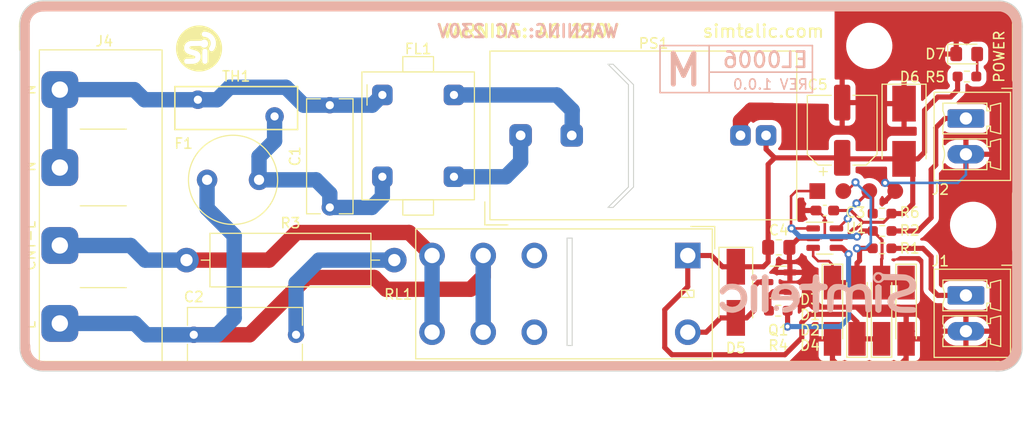
<source format=kicad_pcb>
(kicad_pcb (version 20221018) (generator pcbnew)
  (title_block (title "Electronic Limit Switch") (date "2024-01-12") (rev "1.0.0") (company "simtelic.com") (comment 1 "https://gitlab.com/simtelic/el0006-electronic-limit-switch"))
  (layers (0 "F.Cu" signal) (31 "B.Cu" signal) (34 "B.Paste" user) (35 "F.Paste" user) (36 "B.SilkS" user "B.Silkscreen") (37 "F.SilkS" user "F.Silkscreen") (38 "B.Mask" user) (39 "F.Mask" user) (44 "Edge.Cuts" user))
  (net 0 "")
  (net 1 "Net-(C1-Pad1)")
  (net 2 "/AC-N")
  (net 3 "Net-(C2-Pad1)")
  (net 4 "/AC-L")
  (net 5 "+5V")
  (net 6 "GND")
  (net 7 "/ICSPCLK")
  (net 8 "/ICSPDAT")
  (net 9 "Net-(D5-A)")
  (net 10 "Net-(D7-A)")
  (net 11 "Net-(PS1-AC{slash}N)")
  (net 12 "Net-(PS1-AC{slash}L)")
  (net 13 "/~{MCLR}")
  (net 14 "/AC-L-CNT")
  (net 15 "Net-(J1-Pin_1)")
  (net 16 "/OUTPUT")
  (net 19 "Net-(J2-Pin_1)")
  (net 20 "Net-(Q1-B)")
  (footprint "Diode_SMD:D_MiniMELF_Handsoldering" (layer "F.Cu") (at 170.85 107.6 90)
    (fp_text reference "D1" (at -0.4 -4.6 180) (layer "F.SilkS"))
    (fp_text value "ZMM5V6")
    (pad "1" smd rect (at -2.75 0 90) (size 3.3 1.7) (layers "F.Cu" "F.Paste" "F.Mask") (net 5 "+5V"))
    (pad "2" smd rect (at 2.75 0 90) (size 3.3 1.7) (layers "F.Cu" "F.Paste" "F.Mask") (net 7 "/ICSPCLK"))
  )
  (footprint "Resistor_SMD:R_0603_1608Metric_Pad0.98x0.95mm_HandSolder" (layer "F.Cu") (at 163.15 107.6 180)
    (fp_text reference "R4" (at 0 -3.4) (layer "F.SilkS"))
    (fp_text value "10K")
    (pad "1" smd roundrect (at -0.9125 0 180) (size 0.975 0.95) (layers "F.Cu" "F.Paste" "F.Mask") (net 16 "/OUTPUT"))
    (pad "2" smd roundrect (at 0.9125 0 180) (size 0.975 0.95) (layers "F.Cu" "F.Paste" "F.Mask") (net 20 "Net-(Q1-B)"))
  )
  (footprint "Fuse:Fuse_Littelfuse_372_D8.50mm" (layer "F.Cu") (at 107.3 94.8)
    (fp_text reference "F1" (at -2.3 -3.55) (layer "F.SilkS"))
    (fp_text value "0.5A")
    (pad "1" thru_hole circle (at 0 0) (size 2 2) (drill 1) (layers "*.Cu" "*.Mask") (net 4 "/AC-L"))
    (pad "2" thru_hole circle (at 5.08 0) (size 2 2) (drill 1) (layers "*.Cu" "*.Mask") (net 1 "Net-(C1-Pad1)"))
  )
  (footprint "Resistor_THT:R_Axial_DIN0516_L15.5mm_D5.0mm_P20.32mm_Horizontal" (layer "F.Cu") (at 105.29 102.65)
    (fp_text reference "R3" (at 10.16 -3.62) (layer "F.SilkS"))
    (fp_text value "120R / 2W")
    (pad "1" thru_hole circle (at 0 0) (size 2.4 2.4) (drill 1.2) (layers "*.Cu" "*.Mask") (net 14 "/AC-L-CNT"))
    (pad "2" thru_hole oval (at 20.32 0) (size 2.4 2.4) (drill 1.2) (layers "*.Cu" "*.Mask") (net 3 "Net-(C2-Pad1)"))
  )
  (footprint "Package_TO_SOT_SMD:SOT-23-6" (layer "F.Cu") (at 167.7 100.5)
    (fp_text reference "U1" (at 3.05 -1) (layer "F.SilkS"))
    (fp_text value "PIC10F200-IOT")
    (pad "1" smd roundrect (at -1.1375 -0.95) (size 1.325 0.6) (layers "F.Cu" "F.Paste" "F.Mask") (net 8 "/ICSPDAT"))
    (pad "2" smd roundrect (at -1.1375 0) (size 1.325 0.6) (layers "F.Cu" "F.Paste" "F.Mask") (net 6 "GND"))
    (pad "3" smd roundrect (at -1.1375 0.95) (size 1.325 0.6) (layers "F.Cu" "F.Paste" "F.Mask") (net 7 "/ICSPCLK"))
    (pad "4" smd roundrect (at 1.1375 0.95) (size 1.325 0.6) (layers "F.Cu" "F.Paste" "F.Mask") (net 16 "/OUTPUT"))
    (pad "5" smd roundrect (at 1.1375 0) (size 1.325 0.6) (layers "F.Cu" "F.Paste" "F.Mask") (net 5 "+5V"))
    (pad "6" smd roundrect (at 1.1375 -0.95) (size 1.325 0.6) (layers "F.Cu" "F.Paste" "F.Mask") (net 13 "/~{MCLR}"))
  )
  (footprint "Relay_THT:Relay_DPDT_Omron_G2RL" (layer "F.Cu") (at 154.3 102.2 180)
    (fp_text reference "RL1" (at 28.3 -3.8) (layer "F.SilkS"))
    (fp_text value "G2RL-2-DC5")
    (pad "1" thru_hole rect (at 0 0 270) (size 2.5 2.5) (drill 1.5) (layers "*.Cu" "*.Mask") (net 5 "+5V"))
    (pad "2" thru_hole oval (at 15 0 270) (size 2.5 2.5) (drill 1.5) (layers "*.Cu" "*.Mask"))
    (pad "3" thru_hole oval (at 20 0 270) (size 2.5 2.5) (drill 1.5) (layers "*.Cu" "*.Mask") (net 4 "/AC-L"))
    (pad "4" thru_hole oval (at 25 0 270) (size 2.5 2.5) (drill 1.5) (layers "*.Cu" "*.Mask") (net 14 "/AC-L-CNT"))
    (pad "5" thru_hole oval (at 25 -7.5 270) (size 2.5 2.5) (drill 1.5) (layers "*.Cu" "*.Mask") (net 14 "/AC-L-CNT"))
    (pad "6" thru_hole oval (at 20 -7.5 270) (size 2.5 2.5) (drill 1.5) (layers "*.Cu" "*.Mask") (net 4 "/AC-L"))
    (pad "7" thru_hole oval (at 15 -7.5 270) (size 2.5 2.5) (drill 1.5) (layers "*.Cu" "*.Mask"))
    (pad "8" thru_hole oval (at 0 -7.5 270) (size 2.5 2.5) (drill 1.5) (layers "*.Cu" "*.Mask") (net 9 "Net-(D5-A)"))
  )
  (footprint "Diode_SMD:D_SMA_Handsoldering" (layer "F.Cu") (at 159 105.8 -90)
    (fp_text reference "D5" (at 5.45 0 180) (layer "F.SilkS"))
    (fp_text value "M1")
    (pad "1" smd rect (at -2.5 0 270) (size 3.5 1.8) (layers "F.Cu" "F.Paste" "F.Mask") (net 5 "+5V"))
    (pad "2" smd rect (at 2.5 0 270) (size 3.5 1.8) (layers "F.Cu" "F.Paste" "F.Mask") (net 9 "Net-(D5-A)"))
  )
  (footprint "Diode_SMD:D_MiniMELF_Handsoldering" (layer "F.Cu") (at 173.25 107.6 90)
    (fp_text reference "D2" (at -1.9 -7 180) (layer "F.SilkS"))
    (fp_text value "ZMM5V6")
    (pad "1" smd rect (at -2.75 0 90) (size 3.3 1.7) (layers "F.Cu" "F.Paste" "F.Mask") (net 5 "+5V"))
    (pad "2" smd rect (at 2.75 0 90) (size 3.3 1.7) (layers "F.Cu" "F.Paste" "F.Mask") (net 8 "/ICSPDAT"))
  )
  (footprint "elect-footprints:CM-Choke-15.5mmx10.9mm" (layer "F.Cu") (at 124.44 86.5)
    (fp_text reference "FL1" (at 3.5 -4.5 unlocked) (layer "F.SilkS"))
    (fp_text value "10mH")
    (pad "1" thru_hole roundrect (at 0 0) (size 2 2) (drill 0.8) (layers "*.Cu" "*.Mask") (net 2 "/AC-N"))
    (pad "2" thru_hole roundrect (at 7 0) (size 2 2) (drill 0.8) (layers "*.Cu" "*.Mask") (net 11 "Net-(PS1-AC{slash}N)"))
    (pad "3" thru_hole roundrect (at 0 8) (size 2 2) (drill 0.8) (layers "*.Cu" "*.Mask") (net 1 "Net-(C1-Pad1)"))
    (pad "4" thru_hole roundrect (at 7 8) (size 2 2) (drill 0.8) (layers "*.Cu" "*.Mask") (net 12 "Net-(PS1-AC{slash}L)"))
  )
  (footprint "Resistor_SMD:R_0603_1608Metric_Pad0.98x0.95mm_HandSolder" (layer "F.Cu") (at 173.3 98.1)
    (fp_text reference "R6" (at 2.7 -0.1) (layer "F.SilkS"))
    (fp_text value "10K")
    (pad "1" smd roundrect (at -0.9125 0) (size 0.975 0.95) (layers "F.Cu" "F.Paste" "F.Mask") (net 13 "/~{MCLR}"))
    (pad "2" smd roundrect (at 0.9125 0) (size 0.975 0.95) (layers "F.Cu" "F.Paste" "F.Mask") (net 5 "+5V"))
  )
  (footprint "Resistor_SMD:R_0603_1608Metric_Pad0.98x0.95mm_HandSolder" (layer "F.Cu") (at 173.3125 99.8)
    (fp_text reference "R2" (at 2.6875 -0.05) (layer "F.SilkS"))
    (fp_text value "1K")
    (pad "1" smd roundrect (at -0.9125 0) (size 0.975 0.95) (layers "F.Cu" "F.Paste" "F.Mask") (net 8 "/ICSPDAT"))
    (pad "2" smd roundrect (at 0.9125 0) (size 0.975 0.95) (layers "F.Cu" "F.Paste" "F.Mask") (net 19 "Net-(J2-Pin_1)"))
  )
  (footprint "Diode_SMD:D_SMB_Handsoldering" (layer "F.Cu") (at 175.45 90.05 -90)
    (fp_text reference "D6" (at -5.3 -0.55 180) (layer "F.SilkS"))
    (fp_text value "SMBJ6.0A")
    (pad "1" smd rect (at -2.7 0 270) (size 3.5 2.3) (layers "F.Cu" "F.Paste" "F.Mask") (net 6 "GND"))
    (pad "2" smd rect (at 2.7 0 270) (size 3.5 2.3) (layers "F.Cu" "F.Paste" "F.Mask") (net 5 "+5V"))
  )
  (footprint "Diode_SMD:D_MiniMELF_Handsoldering" (layer "F.Cu") (at 175.65 107.6 -90)
    (fp_text reference "D4" (at 3.4 9.4 180) (layer "F.SilkS"))
    (fp_text value "ZMM5V6")
    (pad "1" smd rect (at -2.75 0 270) (size 3.3 1.7) (layers "F.Cu" "F.Paste" "F.Mask") (net 8 "/ICSPDAT"))
    (pad "2" smd rect (at 2.75 0 270) (size 3.3 1.7) (layers "F.Cu" "F.Paste" "F.Mask") (net 6 "GND"))
  )
  (footprint "simtelic:simtelic-5" (layer "F.Cu") (at 106.515124 81.913879)
    (fp_text reference "LG2" hide)
    (fp_text value "LOGO" hide)
  )
  (footprint "Capacitor_THT:C_Rect_L11.0mm_W4.3mm_P10.00mm_MKT" (layer "F.Cu") (at 119.3 97.5 90)
    (fp_text reference "C1" (at 5 -3.4 90) (layer "F.SilkS"))
    (fp_text value "0.1MFD")
    (pad "1" thru_hole circle (at 0 0 90) (size 1.6 1.6) (drill 0.8) (layers "*.Cu" "*.Mask") (net 1 "Net-(C1-Pad1)"))
    (pad "2" thru_hole circle (at 10 0 90) (size 1.6 1.6) (drill 0.8) (layers "*.Cu" "*.Mask") (net 2 "/AC-N"))
  )
  (footprint "Resistor_SMD:R_0603_1608Metric_Pad0.98x0.95mm_HandSolder" (layer "F.Cu") (at 173.3 101.5)
    (fp_text reference "R1" (at 2.7 0) (layer "F.SilkS"))
    (fp_text value "1K")
    (pad "1" smd roundrect (at -0.9125 0) (size 0.975 0.95) (layers "F.Cu" "F.Paste" "F.Mask") (net 7 "/ICSPCLK"))
    (pad "2" smd roundrect (at 0.9125 0) (size 0.975 0.95) (layers "F.Cu" "F.Paste" "F.Mask") (net 15 "Net-(J1-Pin_1)"))
  )
  (footprint "Diode_SMD:D_MiniMELF_Handsoldering" (layer "F.Cu") (at 168.45 107.6 -90)
    (fp_text reference "D3" (at -1.1 2.2 180) (layer "F.SilkS"))
    (fp_text value "ZMM5V6")
    (pad "1" smd rect (at -2.75 0 270) (size 3.3 1.7) (layers "F.Cu" "F.Paste" "F.Mask") (net 7 "/ICSPCLK"))
    (pad "2" smd rect (at 2.75 0 270) (size 3.3 1.7) (layers "F.Cu" "F.Paste" "F.Mask") (net 6 "GND"))
  )
  (footprint "MountingHole:MountingHole_3.5mm" (layer "F.Cu") (at 118.3 82.05)
    (fp_text reference "H1" hide)
    (fp_text value "M3")
    (pad "" np_thru_hole circle (at 0 0) (size 3.5 3.5) (drill 3.5) (layers "*.Cu" "*.Mask"))
  )
  (footprint "MountingHole:MountingHole_3.5mm" (layer "F.Cu") (at 182.2 99.2)
    (fp_text reference "H2" hide)
    (fp_text value "M3")
    (pad "" np_thru_hole circle (at 0 0) (size 3.5 3.5) (drill 3.5) (layers "*.Cu" "*.Mask"))
  )
  (footprint "Capacitor_THT:C_Rect_L11.0mm_W5.1mm_P10.00mm_MKT" (layer "F.Cu") (at 116 109.95 180)
    (fp_text reference "C2" (at 10 3.7) (layer "F.SilkS"))
    (fp_text value "0.22MFD")
    (pad "1" thru_hole circle (at 0 0 180) (size 1.6 1.6) (drill 0.8) (layers "*.Cu" "*.Mask") (net 3 "Net-(C2-Pad1)"))
    (pad "2" thru_hole circle (at 10 0 180) (size 1.6 1.6) (drill 0.8) (layers "*.Cu" "*.Mask") (net 4 "/AC-L"))
  )
  (footprint "Varistor:RV_Disc_D12mm_W4.2mm_P7.5mm" (layer "F.Cu") (at 113.9 88.6 180)
    (fp_text reference "TH1" (at 3.75 3.91667) (layer "F.SilkS"))
    (fp_text value "10D561")
    (pad "1" thru_hole circle (at 0 0 180) (size 1.8 1.8) (drill 0.8) (layers "*.Cu" "*.Mask") (net 1 "Net-(C1-Pad1)"))
    (pad "2" thru_hole circle (at 7.5 1.63333 180) (size 1.8 1.8) (drill 0.8) (layers "*.Cu" "*.Mask") (net 2 "/AC-N"))
  )
  (footprint "Capacitor_SMD:CP_Elec_6.3x7.7" (layer "F.Cu") (at 169.4 89.95 90)
    (fp_text reference "C5" (at 4.45 -2.4 180) (layer "F.SilkS"))
    (fp_text value "330MFD")
    (pad "1" smd roundrect (at -2.7 0 90) (size 3.5 1.6) (layers "F.Cu" "F.Paste" "F.Mask") (roundrect_rratio 0.15625) (net 5 "+5V"))
    (pad "2" smd roundrect (at 2.7 0 90) (size 3.5 1.6) (layers "F.Cu" "F.Paste" "F.Mask") (roundrect_rratio 0.15625) (net 6 "GND"))
  )
  (footprint "elect-footprints:pogo-2.54mmx4" (layer "F.Cu") (at 166.97 95.9)
    (fp_text reference "J3" hide)
    (fp_text value "SMD - 2.54mm 4-pin pad terminal")
    (pad "1" smd rect (at 0 0) (size 1.54 1.54) (layers "F.Cu" "F.Paste" "F.Mask") (net 8 "/ICSPDAT"))
    (pad "2" smd circle (at 2.54 0) (size 1.54 1.54) (layers "F.Cu" "F.Paste" "F.Mask") (net 7 "/ICSPCLK"))
    (pad "3" smd circle (at 5.08 0) (size 1.54 1.54) (layers "F.Cu" "F.Paste" "F.Mask") (net 13 "/~{MCLR}"))
    (pad "4" smd circle (at 7.62 0) (size 1.54 1.54) (layers "F.Cu" "F.Paste" "F.Mask") (net 6 "GND"))
  )
  (footprint "Connector_Phoenix_MC:PhoenixContact_MCV_1,5_2-G-3.5_1x02_P3.50mm_Vertical" (layer "F.Cu") (at 181.5 106.1 -90)
    (fp_text reference "J1" (at -3.35 2.5 180) (layer "F.SilkS"))
    (fp_text value "3.5mm - 2-pin screw terminal")
    (pad "1" thru_hole roundrect (at 0 0 270) (size 1.8 3.6) (drill 1.2) (layers "*.Cu" "*.Mask") (roundrect_rratio 0.1388888889) (net 15 "Net-(J1-Pin_1)"))
    (pad "2" thru_hole oval (at 3.5 0 270) (size 1.8 3.6) (drill 1.2) (layers "*.Cu" "*.Mask") (net 6 "GND"))
  )
  (footprint "elect-footprints:PSU-Module-10.5mmx16.5mm" (layer "F.Cu") (at 150.9575 90.4575)
    (fp_text reference "PS1" (at 0 -9 unlocked) (layer "F.SilkS"))
    (fp_text value "HLK-2M05")
    (pad "1" thru_hole roundrect (at -13 0) (size 2.2 2.2) (drill 0.95) (layers "*.Cu" "*.Mask") (net 12 "Net-(PS1-AC{slash}L)"))
    (pad "2" thru_hole roundrect (at -8 0) (size 2.2 2.2) (drill 0.95) (layers "*.Cu" "*.Mask") (net 11 "Net-(PS1-AC{slash}N)"))
    (pad "3" thru_hole roundrect (at 8.5 0) (size 2 2) (drill 0.95) (layers "*.Cu" "*.Mask") (net 6 "GND"))
    (pad "4" thru_hole roundrect (at 11 0) (size 2 2) (drill 0.95) (layers "*.Cu" "*.Mask") (net 5 "+5V"))
  )
  (footprint "elect-footprints:Screw-Terminal-4Way-7.62mm" (layer "F.Cu") (at 92.9 108.84 90)
    (fp_text reference "J4" (at 27.59 4.35 unlocked) (layer "F.SilkS"))
    (fp_text value "7.62mm - 4-pin screw terminal")
    (pad "1" thru_hole roundrect (at 0 0 90) (size 3.6 3.6) (drill 1.6) (layers "*.Cu" "*.Mask") (net 4 "/AC-L"))
    (pad "2" thru_hole roundrect (at 7.62 0 90) (size 3.6 3.6) (drill 1.6) (layers "*.Cu" "*.Mask") (net 14 "/AC-L-CNT"))
    (pad "3" thru_hole roundrect (at 15.24 0 90) (size 3.6 3.6) (drill 1.6) (layers "*.Cu" "*.Mask") (net 2 "/AC-N"))
    (pad "4" thru_hole roundrect (at 22.86 0 90) (size 3.6 3.6) (drill 1.6) (layers "*.Cu" "*.Mask") (net 2 "/AC-N"))
  )
  (footprint "MountingHole:MountingHole_3.5mm" (layer "F.Cu") (at 121.85 109.3)
    (fp_text reference "H3" hide)
    (fp_text value "M3")
    (pad "" np_thru_hole circle (at 0 0) (size 3.5 3.5) (drill 3.5) (layers "*.Cu" "*.Mask"))
  )
  (footprint "Connector_Phoenix_MC:PhoenixContact_MCV_1,5_2-G-3.5_1x02_P3.50mm_Vertical" (layer "F.Cu") (at 181.5 88.8 -90)
    (fp_text reference "J2" (at 6.95 2.5 180) (layer "F.SilkS"))
    (fp_text value "3.5mm - 2-pin screw terminal")
    (pad "1" thru_hole roundrect (at 0 0 270) (size 1.8 3.6) (drill 1.2) (layers "*.Cu" "*.Mask") (roundrect_rratio 0.1388888889) (net 19 "Net-(J2-Pin_1)"))
    (pad "2" thru_hole oval (at 3.5 0 270) (size 1.8 3.6) (drill 1.2) (layers "*.Cu" "*.Mask") (net 6 "GND"))
  )
  (footprint "MountingHole:MountingHole_3.5mm" (layer "F.Cu") (at 172.05 81.7)
    (fp_text reference "H4" hide)
    (fp_text value "M3")
    (pad "" np_thru_hole circle (at 0 0) (size 3.5 3.5) (drill 3.5) (layers "*.Cu" "*.Mask"))
  )
  (footprint "LED_SMD:LED_0805_2012Metric_Pad1.15x1.40mm_HandSolder" (layer "F.Cu") (at 181.575 82.5)
    (fp_text reference "D7" (at -3.075 0) (layer "F.SilkS"))
    (fp_text value "RED 0805")
    (pad "1" smd roundrect (at -1.025 0) (size 1.15 1.4) (layers "F.Cu" "F.Paste" "F.Mask") (roundrect_rratio 0.2173913043) (net 6 "GND"))
    (pad "2" smd roundrect (at 1.025 0) (size 1.15 1.4) (layers "F.Cu" "F.Paste" "F.Mask") (roundrect_rratio 0.2173913043) (net 10 "Net-(D7-A)"))
  )
  (footprint "Package_TO_SOT_SMD:SOT-23-3" (layer "F.Cu") (at 163.15 104.8 180)
    (fp_text reference "Q1" (at 0 -4.7) (layer "F.SilkS"))
    (fp_text value "MMBT2222")
    (pad "1" smd roundrect (at -1.1375 -0.95 180) (size 1.325 0.6) (layers "F.Cu" "F.Paste" "F.Mask") (net 20 "Net-(Q1-B)"))
    (pad "2" smd roundrect (at -1.1375 0.95 180) (size 1.325 0.6) (layers "F.Cu" "F.Paste" "F.Mask") (net 6 "GND"))
    (pad "3" smd roundrect (at 1.1375 0 180) (size 1.325 0.6) (layers "F.Cu" "F.Paste" "F.Mask") (net 9 "Net-(D5-A)"))
  )
  (footprint "Capacitor_SMD:C_0805_2012Metric_Pad1.18x1.45mm_HandSolder" (layer "F.Cu") (at 163.2 101.4)
    (fp_text reference "C4" (at 0 -1.68) (layer "F.SilkS"))
    (fp_text value "10MFD")
    (pad "1" smd roundrect (at -1.0375 0) (size 1.175 1.45) (layers "F.Cu" "F.Paste" "F.Mask") (roundrect_rratio 0.2127659574) (net 5 "+5V"))
    (pad "2" smd roundrect (at 1.0375 0) (size 1.175 1.45) (layers "F.Cu" "F.Paste" "F.Mask") (roundrect_rratio 0.2127659574) (net 6 "GND"))
  )
  (footprint "Resistor_SMD:R_0603_1608Metric_Pad0.98x0.95mm_HandSolder" (layer "F.Cu") (at 181.6 84.7 180)
    (fp_text reference "R5" (at 3.1 -0.05) (layer "F.SilkS"))
    (fp_text value "1K")
    (pad "1" smd roundrect (at -0.9125 0 180) (size 0.975 0.95) (layers "F.Cu" "F.Paste" "F.Mask") (net 10 "Net-(D7-A)"))
    (pad "2" smd roundrect (at 0.9125 0 180) (size 0.975 0.95) (layers "F.Cu" "F.Paste" "F.Mask") (net 5 "+5V"))
  )
  (footprint "Capacitor_SMD:C_0603_1608Metric_Pad1.08x0.95mm_HandSolder" (layer "F.Cu") (at 167.7 97.8 180)
    (fp_text reference "C3" (at -3 -0.2) (layer "F.SilkS"))
    (fp_text value "0.1MFD")
    (pad "1" smd roundrect (at -0.8625 0 180) (size 1.075 0.95) (layers "F.Cu" "F.Paste" "F.Mask") (net 5 "+5V"))
    (pad "2" smd roundrect (at 0.8625 0 180) (size 1.075 0.95) (layers "F.Cu" "F.Paste" "F.Mask") (net 6 "GND"))
  )
  (footprint "simtelic:simtelic-name-5" (layer "B.Cu") (at 167.03 105.85 180)
    (fp_text reference "LG1" hide)
    (fp_text value "LOGO" hide)
  )
  (gr_line (start 151.59 86.27) (end 151.59 81.67) (stroke (width 0.15)) (layer "B.SilkS"))
  (gr_line (start 89.47 111.18) (end 89.47 79.79) (stroke (width 1)) (layer "B.SilkS"))
  (gr_arc (start 184.858346 77.832906) (mid 186.1 78.5) (end 186.558346 79.832906) (stroke (width 1)) (layer "B.SilkS"))
  (gr_line (start 186.5 111.2) (end 186.558346 79.832906) (stroke (width 1)) (layer "B.SilkS"))
  (gr_line (start 91.35 113.03) (end 184.31 113.03) (stroke (width 1)) (layer "B.SilkS"))
  (gr_line (start 166.49 81.67) (end 166.49 86.27) (stroke (width 0.15)) (layer "B.SilkS"))
  (gr_line (start 166.49 84.27) (end 156.39 84.27) (stroke (width 0.15)) (layer "B.SilkS"))
  (gr_line (start 151.59 81.67) (end 155.29 81.67) (stroke (width 0.15)) (layer "B.SilkS"))
  (gr_line (start 156.39 81.67) (end 156.39 86.27) (stroke (width 0.15)) (layer "B.SilkS"))
  (gr_line (start 155.29 81.67) (end 166.49 81.67) (stroke (width 0.15)) (layer "B.SilkS"))
  (gr_line (start 166.49 86.27) (end 151.59 86.27) (stroke (width 0.15)) (layer "B.SilkS"))
  (gr_arc (start 186.467094 111.358346) (mid 185.8 112.6) (end 184.467094 113.058346) (stroke (width 1)) (layer "B.SilkS"))
  (gr_line (start 91.358346 77.832906) (end 184.858346 77.832906) (stroke (width 1)) (layer "B.SilkS"))
  (gr_arc (start 89.465864 79.637704) (mid 90.020319 78.347079) (end 91.33 77.85) (stroke (width 1)) (layer "B.SilkS"))
  (gr_arc (start 91.268099 113.019121) (mid 89.99 112.41) (end 89.518099 111.079121) (stroke (width 1)) (layer "B.SilkS"))
  (gr_arc (start 89.4 79.8) (mid 89.858345 78.467093) (end 91.1 77.8) (stroke (width 1)) (layer "F.SilkS"))
  (gr_line (start 186.5 79.6) (end 186.5 85) (stroke (width 1)) (layer "F.SilkS"))
  (gr_line (start 89.4 79.8) (end 89.4 82) (stroke (width 1)) (layer "F.SilkS"))
  (gr_line (start 186.5 96.2) (end 186.5 101.6) (stroke (width 1)) (layer "F.SilkS"))
  (gr_arc (start 91.4 113.00133) (mid 90.078464 112.566576) (end 89.5 111.30133) (stroke (width 1)) (layer "F.SilkS"))
  (gr_line (start 91.2 113) (end 184.7 113) (stroke (width 1)) (layer "F.SilkS"))
  (gr_line (start 91.1 77.8) (end 184.6 77.8) (stroke (width 1)) (layer "F.SilkS"))
  (gr_arc (start 184.6 77.8) (mid 185.880704 78.265201) (end 186.518686 79.469192) (stroke (width 1)) (layer "F.SilkS"))
  (gr_line (start 147 97.5) (end 146.5 97.5) (stroke (width 0.1)) (layer "Edge.Cuts"))
  (gr_line (start 149 95.5) (end 149 85.5) (stroke (width 0.1)) (layer "Edge.Cuts"))
  (gr_line (start 147 83.5) (end 146.5 83.5) (stroke (width 0.1)) (layer "Edge.Cuts"))
  (gr_line (start 147 83.5) (end 149 85.5) (stroke (width 0.1)) (layer "Edge.Cuts"))
  (gr_line (start 91.25 77.3) (end 184.75 77.3) (stroke (width 0.1)) (layer "Edge.Cuts"))
  (gr_line (start 143 100.5) (end 142.5 100.5) (stroke (width 0.1)) (layer "Edge.Cuts"))
  (gr_line (start 142.5 111) (end 143 111) (stroke (width 0.1)) (layer "Edge.Cuts"))
  (gr_line (start 149 95.5) (end 147 97.5) (stroke (width 0.1)) (layer "Edge.Cuts"))
  (gr_line (start 143 111) (end 143 100.5) (stroke (width 0.1)) (layer "Edge.Cuts"))
  (gr_line (start 184.75 113.5) (end 91.25 113.5) (stroke (width 0.1)) (layer "Edge.Cuts"))
  (gr_line (start 142.5 100.5) (end 142.5 111) (stroke (width 0.1)) (layer "Edge.Cuts"))
  (gr_line (start 89 111.25) (end 89 79.55) (stroke (width 0.1)) (layer "Edge.Cuts"))
  (gr_line (start 146.5 83.5) (end 148.5 85.5) (stroke (width 0.1)) (layer "Edge.Cuts"))
  (gr_line (start 148.5 85.5) (end 148.5 95.5) (stroke (width 0.1)) (layer "Edge.Cuts"))
  (gr_arc (start 184.75 77.3) (mid 186.34099 77.95901) (end 187 79.55) (stroke (width 0.1)) (layer "Edge.Cuts"))
  (gr_line (start 187 79.55) (end 187 111.25) (stroke (width 0.1)) (layer "Edge.Cuts"))
  (gr_line (start 148.5 95.5) (end 146.5 97.5) (stroke (width 0.1)) (layer "Edge.Cuts"))
  (gr_arc (start 91.25 113.5) (mid 89.65901 112.84099) (end 89 111.25) (stroke (width 0.1)) (layer "Edge.Cuts"))
  (gr_arc (start 89 79.55) (mid 89.65901 77.95901) (end 91.25 77.3) (stroke (width 0.1)) (layer "Edge.Cuts"))
  (gr_arc (start 187 111.25) (mid 186.34099 112.84099) (end 184.75 113.5) (stroke (width 0.1)) (layer "Edge.Cuts"))
  (gr_text "REV 1.0.0" (at 162.39 85.47) (layer "B.SilkS") (effects (font (size 1 1)) (justify mirror)))
  (gr_text "WARNING: AC 230V" (at 138.684 80.264) (layer "B.SilkS") (effects (font (size 1.25 1.25) (thickness 0.25)) (justify mirror)))
  (gr_text "M" (at 153.89 84.07) (layer "B.SilkS") (effects (font (size 3 3) (thickness 0.5)) (justify mirror)))
  (gr_text "EL0006" (at 161.89 83.07) (layer "B.SilkS") (effects (font (size 1.5 1.5) (thickness 0.25)) (justify mirror)))
  (gr_text "simtelic.com" (at 161.7 80.264) (layer "F.SilkS") (effects (font (size 1.25 1.25) (thickness 0.2))))
  (gr_text "CNT-L" (at 90 101.25 90) (layer "F.SilkS") (effects (font (size 1 1))))
  (gr_text "N" (at 90 93.5 90) (layer "F.SilkS") (effects (font (size 1 1))))
  (gr_text "N" (at 90 86 90) (layer "F.SilkS") (effects (font (size 1 1))))
  (gr_text "L" (at 90 109 90) (layer "F.SilkS") (effects (font (size 1 1))))
  (gr_text "POWER" (at 184.75 82.75 90) (layer "F.SilkS") (effects (font (size 1 1))))
  (gr_text "WARNING: AC 230V" (at 138.684 80.264) (layer "F.SilkS") (effects (font (size 1.25 1.25) (thickness 0.25))))
  (segment (start 124.44 94.5) (end 124.44 96.46) (width 1.5) (layer "B.Cu") (net 1))
  (segment (start 113.9 88.6) (end 113.9 91) (width 1.5) (layer "B.Cu") (net 1))
  (segment (start 119.3 97.5) (end 119.3 96.15) (width 1.5) (layer "B.Cu") (net 1))
  (segment (start 123.4 97.5) (end 119.3 97.5) (width 1.5) (layer "B.Cu") (net 1))
  (segment (start 113.9 91) (end 112.38 92.52) (width 1.5) (layer "B.Cu") (net 1))
  (segment (start 112.38 94.8) (end 117.95 94.8) (width 1.5) (layer "B.Cu") (net 1))
  (segment (start 124.44 96.46) (end 123.4 97.5) (width 1.5) (layer "B.Cu") (net 1))
  (segment (start 119.3 96.15) (end 117.95 94.8) (width 1.5) (layer "B.Cu") (net 1))
  (segment (start 112.38 92.52) (end 112.38 94.8) (width 1.5) (layer "B.Cu") (net 1))
  (segment (start 92.9 85.98) (end 100.18 85.98) (width 1.5) (layer "B.Cu") (net 2))
  (segment (start 123.44 87.5) (end 124.44 86.5) (width 1.5) (layer "B.Cu") (net 2))
  (segment (start 116.75 87.5) (end 119.3 87.5) (width 1.5) (layer "B.Cu") (net 2))
  (segment (start 106.4 86.96667) (end 108.28333 86.96667) (width 1.5) (layer "B.Cu") (net 2))
  (segment (start 115 85.75) (end 116.75 87.5) (width 1.5) (layer "B.Cu") (net 2))
  (segment (start 119.3 87.5) (end 123.44 87.5) (width 1.5) (layer "B.Cu") (net 2))
  (segment (start 100.18 85.98) (end 101.16667 86.96667) (width 1.5) (layer "B.Cu") (net 2))
  (segment (start 109.5 85.75) (end 115 85.75) (width 1.5) (layer "B.Cu") (net 2))
  (segment (start 92.9 93.6) (end 92.9 85.98) (width 1.5) (layer "B.Cu") (net 2))
  (segment (start 101.16667 86.96667) (end 106.4 86.96667) (width 1.5) (layer "B.Cu") (net 2))
  (segment (start 108.28333 86.96667) (end 109.5 85.75) (width 1.5) (layer "B.Cu") (net 2))
  (segment (start 116 104.9) (end 118.25 102.65) (width 1.5) (layer "B.Cu") (net 3))
  (segment (start 116 109.95) (end 116 104.9) (width 1.5) (layer "B.Cu") (net 3))
  (segment (start 118.25 102.65) (end 125.61 102.65) (width 1.5) (layer "B.Cu") (net 3))
  (segment (start 106 109.95) (end 111.45 109.95) (width 1.5) (layer "F.Cu") (net 4))
  (segment (start 134.3 104.25) (end 134.3 102.2) (width 1.5) (layer "F.Cu") (net 4))
  (segment (start 123.65 104.35) (end 124.8 105.5) (width 1.5) (layer "F.Cu") (net 4))
  (segment (start 111.45 109.95) (end 117.05 104.35) (width 1.5) (layer "F.Cu") (net 4))
  (segment (start 133.05 105.5) (end 134.3 104.25) (width 1.5) (layer "F.Cu") (net 4))
  (segment (start 124.8 105.5) (end 133.05 105.5) (width 1.5) (layer "F.Cu") (net 4))
  (segment (start 117.05 104.35) (end 123.65 104.35) (width 1.5) (layer "F.Cu") (net 4))
  (segment (start 106 109.95) (end 101.35 109.95) (width 1.5) (layer "B.Cu") (net 4))
  (segment (start 108.3 109.95) (end 109.95 108.3) (width 1.5) (layer "B.Cu") (net 4))
  (segment (start 101.35 109.95) (end 100.24 108.84) (width 1.5) (layer "B.Cu") (net 4))
  (segment (start 109.95 100.25) (end 107.3 97.6) (width 1.5) (layer "B.Cu") (net 4))
  (segment (start 109.95 108.3) (end 109.95 100.25) (width 1.5) (layer "B.Cu") (net 4))
  (segment (start 106 109.95) (end 108.3 109.95) (width 1.5) (layer "B.Cu") (net 4))
  (segment (start 107.3 97.6) (end 107.3 94.8) (width 1.5) (layer "B.Cu") (net 4))
  (segment (start 134.3 109.7) (end 134.3 102.2) (width 1.5) (layer "B.Cu") (net 4))
  (segment (start 100.24 108.84) (end 92.9 108.84) (width 1.5) (layer "B.Cu") (net 4))
  (segment (start 174.2125 98.1875) (end 173.45 98.95) (width 0.3) (layer "F.Cu") (net 5))
  (segment (start 170.1 100.25) (end 170.1 99.95) (width 0.3) (layer "F.Cu") (net 5))
  (segment (start 169.5 92.75) (end 175.45 92.75) (width 0.5) (layer "F.Cu") (net 5))
  (segment (start 168.5625 97.8) (end 170.25 97.8) (width 0.3) (layer "F.Cu") (net 5))
  (segment (start 152.05 111.2) (end 152.75 111.9) (width 0.5) (layer "F.Cu") (net 5))
  (segment (start 176.3 93.6) (end 175.45 92.75) (width 0.5) (layer "F.Cu") (net 5))
  (segment (start 175.35 98.1) (end 176.3 97.15) (width 0.5) (layer "F.Cu") (net 5))
  (segment (start 170.45 99.6) (end 170.75 99.6) (width 0.3) (layer "F.Cu") (net 5))
  (segment (start 166.25 107.95) (end 165.45 108.75) (width 0.5) (layer "F.Cu") (net 5))
  (segment (start 180 86.7) (end 180.6875 86.0125) (width 0.5) (layer "F.Cu") (net 5))
  (segment (start 169.4 92.65) (end 169.5 92.75) (width 0.5) (layer "F.Cu") (net 5))
  (segment (start 180.6875 86.0125) (end 180.6875 84.7) (width 0.5) (layer "F.Cu") (net 5))
  (segment (start 177.45 88) (end 178.75 86.7) (width 0.5) (layer "F.Cu") (net 5))
  (segment (start 170.85 110.35) (end 170.85 108.7) (width 0.5) (layer "F.Cu") (net 5))
  (segment (start 177.45 92.1) (end 177.45 88) (width 0.5) (layer "F.Cu") (net 5))
  (segment (start 152.05 107.5) (end 152.05 111.2) (width 0.5) (layer "F.Cu") (net 5))
  (segment (start 169.85 100.5) (end 170.1 100.25) (width 0.3) (layer "F.Cu") (net 5))
  (segment (start 165.45 110.25) (end 163.8 111.9) (width 0.5) (layer "F.Cu") (net 5))
  (segment (start 169.85 100.5) (end 168.8375 100.5) (width 0.3) (layer "F.Cu") (net 5))
  (segment (start 176.3 97.15) (end 176.3 93.6) (width 0.5) (layer "F.Cu") (net 5))
  (segment (start 162.1625 101.4) (end 162.1625 93.2875) (width 0.5) (layer "F.Cu") (net 5))
  (segment (start 170.75 99.6) (end 171.4 98.95) (width 0.3) (layer "F.Cu") (net 5))
  (segment (start 161.7 103.3) (end 162.1625 102.8375) (width 0.5) (layer "F.Cu") (net 5))
  (segment (start 161.9575 90.4575) (end 161.9575 91.8075) (width 0.5) (layer "F.Cu") (net 5))
  (segment (start 162.8 92.65) (end 169.4 92.65) (width 0.5) (layer "F.Cu") (net 5))
  (segment (start 157.7 103.3) (end 156.6 102.2) (width 0.5) (layer "F.Cu") (net 5))
  (segment (start 162.1625 93.2875) (end 162.8 92.65) (width 0.5) (layer "F.Cu") (net 5))
  (segment (start 156.6 102.2) (end 154.3 102.2) (width 0.5) (layer "F.Cu") (net 5))
  (segment (start 159 103.3) (end 161.7 103.3) (width 0.5) (layer "F.Cu") (net 5))
  (segment (start 170.25 97.8) (end 171.4 98.95) (width 0.3) (layer "F.Cu") (net 5))
  (segment (start 174.2125 98.1) (end 175.35 98.1) (width 0.5) (layer "F.Cu") (net 5))
  (segment (start 165.45 108.75) (end 165.45 110.25) (width 0.5) (layer "F.Cu") (net 5))
  (segment (start 170.85 110.35) (end 173.25 110.35) (width 0.5) (layer "F.Cu") (net 5))
  (segment (start 163.8 111.9) (end 152.75 111.9) (width 0.5) (layer "F.Cu") (net 5))
  (segment (start 162.1625 102.8375) (end 162.1625 101.4) (width 0.5) (layer "F.Cu") (net 5))
  (segment (start 154.3 102.2) (end 154.3 105.25) (width 0.5) (layer "F.Cu") (net 5))
  (segment (start 161.9575 91.8075) (end 162.8 92.65) (width 0.5) (layer "F.Cu") (net 5))
  (segment (start 169.85 100.5) (end 170.125 100.225) (width 0.25) (layer "F.Cu") (net 5))
  (segment (start 154.3 105.25) (end 152.05 107.5) (width 0.5) (layer "F.Cu") (net 5))
  (segment (start 170.1 99.95) (end 170.45 99.6) (width 0.3) (layer "F.Cu") (net 5))
  (segment (start 170.85 108.7) (end 170.1 107.95) (width 0.5) (layer "F.Cu") (net 5))
  (segment (start 173.45 98.95) (end 171.4 98.95) (width 0.3) (layer "F.Cu") (net 5))
  (segment (start 178.75 86.7) (end 180 86.7) (width 0.5) (layer "F.Cu") (net 5))
  (segment (start 176.8 92.75) (end 177.45 92.1) (width 0.5) (layer "F.Cu") (net 5))
  (segment (start 159 103.3) (end 157.7 103.3) (width 0.5) (layer "F.Cu") (net 5))
  (segment (start 170.1 107.95) (end 166.25 107.95) (width 0.5) (layer "F.Cu") (net 5))
  (segment (start 174.2125 98.1) (end 174.2125 98.1875) (width 0.3) (layer "F.Cu") (net 5))
  (segment (start 175.45 92.75) (end 176.8 92.75) (width 0.5) (layer "F.Cu") (net 5))
  (segment (start 166.55 107.25) (end 174.95 107.25) (width 0.5) (layer "F.Cu") (net 6))
  (segment (start 164.2375 103.8) (end 164.2875 103.85) (width 0.5) (layer "F.Cu") (net 6))
  (segment (start 176.4 109.6) (end 175.65 110.35) (width 0.25) (layer "F.Cu") (net 6))
  (segment (start 169.4 87.25) (end 169.5 87.35) (width 0.25) (layer "F.Cu") (net 6))
  (segment (start 167.35 100.5) (end 167.7 100.15) (width 0.25) (layer "F.Cu") (net 6))
  (segment (start 166.5625 100.5) (end 167.35 100.5) (width 0.25) (layer "F.Cu") (net 6))
  (segment (start 175.65 112.1) (end 175.65 110.35) (width 0.25) (layer "F.Cu") (net 6))
  (segment (start 165.1375 100.5) (end 164.2375 101.4) (width 0.5) (layer "F.Cu") (net 6))
  (segment (start 175.65 110.35) (end 175.65 107.95) (width 0.5) (layer "F.Cu") (net 6))
  (segment (start 166.5625 100.5) (end 165.1375 100.5) (width 0.5) (layer "F.Cu") (net 6))
  (segment (start 169 112.75) (end 175 112.75) (width 0.25) (layer "F.Cu") (net 6))
  (segment (start 175 107.3) (end 166.6 107.3) (width 0.25) (layer "F.Cu") (net 6))
  (segment (start 160.5 88) (end 162.5 88) (width 1.5) (layer "F.Cu") (net 6))
  (segment (start 159.4575 89.0425) (end 160.5 88) (width 1.5) (layer "F.Cu") (net 6))
  (segment (start 167.7 98.5) (end 167 97.8) (width 0.25) (layer "F.Cu") (net 6))
  (segment (start 168.45 110.35) (end 168.45 112.2) (width 0.25) (layer "F.Cu") (net 6))
  (segment (start 167.7 100.15) (end 167.7 98.5) (width 0.25) (layer "F.Cu") (net 6))
  (segment (start 166 106.7) (end 166.55 107.25) (width 0.5) (layer "F.Cu") (net 6))
  (segment (start 174.95 107.25) (end 175 107.3) (width 0.5) (layer "F.Cu") (net 6))
  (segment (start 174.59 95.9) (end 174.4 95.9) (width 0.25) (layer "F.Cu") (net 6))
  (segment (start 159.4575 90.4575) (end 159.4575 89.0425) (width 1.5) (layer "F.Cu") (net 6))
  (segment (start 168.45 112.2) (end 169 112.75) (width 0.25) (layer "F.Cu") (net 6))
  (segment (start 175 112.75) (end 175.65 112.1) (width 0.25) (layer "F.Cu") (net 6))
  (segment (start 167 97.8) (end 166.8375 97.8) (width 0.25) (layer "F.Cu") (net 6))
  (segment (start 175.65 107.95) (end 175 107.3) (width 0.5) (layer "F.Cu") (net 6))
  (via (at 173.6 95.1) (size 0.8) (drill 0.4) (layers "F.Cu" "B.Cu") (net 6))
  (segment (start 173.6 95.1) (end 180.7 95.1) (width 0.25) (layer "B.Cu") (net 6))
  (segment (start 180.7 95.1) (end 181.5 94.3) (width 0.25) (layer "B.Cu") (net 6))
  (segment (start 181.5 94.3) (end 181.5 92.3) (width 0.25) (layer "B.Cu") (net 6))
  (segment (start 168.45 103.1) (end 168.1 102.75) (width 0.25) (layer "F.Cu") (net 7))
  (segment (start 172.3375 101.45) (end 172.3875 101.5) (width 0.25) (layer "F.Cu") (net 7))
  (segment (start 166.5625 102.2625) (end 166.5625 101.45) (width 0.25) (layer "F.Cu") (net 7))
  (segment (start 171.1 102.7) (end 171.1 101.75) (width 0.5) (layer "F.Cu") (net 7))
  (segment (start 172.3875 101.5) (end 170.95 101.5) (width 0.25) (layer "F.Cu") (net 7))
  (segment (start 168.45 104.85) (end 168.45 103.1) (width 0.25) (layer "F.Cu") (net 7))
  (segment (start 167.05 102.75) (end 166.5625 102.2625) (width 0.25) (layer "F.Cu") (net 7))
  (segment (start 169.85 95.9) (end 170.7 95.05) (width 0.25) (layer "F.Cu") (net 7))
  (segment (start 170.85 102.95) (end 171.1 102.7) (width 0.5) (layer "F.Cu") (net 7))
  (segment (start 169.51 95.9) (end 169.85 95.9) (width 0.25) (layer "F.Cu") (net 7))
  (segment (start 169.51 95.9) (end 169.51 96.36) (width 0.25) (layer "F.Cu") (net 7))
  (segment (start 171.1 101.75) (end 170.85 101.5) (width 0.5) (layer "F.Cu") (net 7))
  (segment (start 166.5625 101.45) (end 166.7 101.5875) (width 0.25) (layer "F.Cu") (net 7))
  (segment (start 168.1 102.75) (end 167.05 102.75) (width 0.25) (layer "F.Cu") (net 7))
  (segment (start 168.45 104.85) (end 170.85 104.85) (width 0.5) (layer "F.Cu") (net 7))
  (segment (start 170.85 104.85) (end 170.85 102.95) (width 0.5) (layer "F.Cu") (net 7))
  (segment (start 172.3875 101.5) (end 170.85 101.5) (width 0.5) (layer "F.Cu") (net 7))
  (via (at 170.85 101.5) (size 0.8) (drill 0.4) (layers "F.Cu" "B.Cu") (net 7))
  (via (at 170.7 95.05) (size 0.8) (drill 0.4) (layers "F.Cu" "B.Cu") (net 7))
  (segment (start 171.65 101.5) (end 172.2 100.95) (width 0.25) (layer "B.Cu") (net 7))
  (segment (start 170.7 95.05) (end 172.2 96.55) (width 0.25) (layer "B.Cu") (net 7))
  (segment (start 172.2 100.95) (end 172.2 98.5) (width 0.25) (layer "B.Cu") (net 7))
  (segment (start 172.2 96.55) (end 172.2 98.5) (width 0.25) (layer "B.Cu") (net 7))
  (segment (start 171.65 101.5) (end 170.85 101.5) (width 0.25) (layer "B.Cu") (net 7))
  (segment (start 173.25 102.55) (end 173.25 104.85) (width 0.3) (layer "F.Cu") (net 8))
  (segment (start 164.4 96.4) (end 164.4 99.5) (width 0.25) (layer "F.Cu") (net 8))
  (segment (start 171.75 99.8) (end 171.4 99.8) (width 0.25) (layer "F.Cu") (net 8))
  (segment (start 172.4 99.8) (end 171.75 99.8) (width 0.25) (layer "F.Cu") (net 8))
  (segment (start 164.45 99.55) (end 166.5625 99.55) (width 0.25) (layer "F.Cu") (net 8))
  (segment (start 172.4 99.8) (end 171.4 99.8) (width 0.5) (layer "F.Cu") (net 8))
  (segment (start 171.4 99.8) (end 170.85 100.35) (width 0.5) (layer "F.Cu") (net 8))
  (segment (start 173.3 100.7) (end 172.4 99.8) (width 0.3) (layer "F.Cu") (net 8))
  (segment (start 164.4 99.5) (end 164.45 99.55) (width 0.25) (layer "F.Cu") (net 8))
  (segment (start 166.97 95.9) (end 164.9 95.9) (width 0.25) (layer "F.Cu") (net 8))
  (segment (start 173.3 102.5) (end 173.25 102.55) (width 0.3) (layer "F.Cu") (net 8))
  (segment (start 164.9 95.9) (end 164.4 96.4) (width 0.25) (layer "F.Cu") (net 8))
  (segment (start 173.25 104.85) (end 175.65 104.85) (width 0.5) (layer "F.Cu") (net 8))
  (segment (start 173.3 102.5) (end 173.3 100.7) (width 0.3) (layer "F.Cu") (net 8))
  (via (at 170.85 100.35) (size 0.8) (drill 0.4) (layers "F.Cu" "B.Cu") (net 8))
  (via (at 164.45 99.55) (size 0.8) (drill 0.4) (layers "F.Cu" "B.Cu") (net 8))
  (segment (start 165.25 100.35) (end 164.45 99.55) (width 0.5) (layer "B.Cu") (net 8))
  (segment (start 170.85 100.35) (end 165.25 100.35) (width 0.5) (layer "B.Cu") (net 8))
  (segment (start 157.5 108.3) (end 159 108.3) (width 0.5) (layer "F.Cu") (net 9))
  (segment (start 160.8 107.55) (end 160.8 105.2) (width 0.5) (layer "F.Cu") (net 9))
  (segment (start 159 108.3) (end 160.05 108.3) (width 0.5) (layer "F.Cu") (net 9))
  (segment (start 161.2 104.8) (end 162.0125 104.8) (width 0.5) (layer "F.Cu") (net 9))
  (segment (start 160.05 108.3) (end 160.8 107.55) (width 0.5) (layer "F.Cu") (net 9))
  (segment (start 156.1 109.7) (end 157.5 108.3) (width 0.5) (layer "F.Cu") (net 9))
  (segment (start 160.8 105.2) (end 161.2 104.8) (width 0.5) (layer "F.Cu") (net 9))
  (segment (start 154.3 109.7) (end 156.1 109.7) (width 0.5) (layer "F.Cu") (net 9))
  (segment (start 182.6 82.5) (end 182.6 84.6125) (width 0.25) (layer "F.Cu") (net 10))
  (segment (start 182.6 84.6125) (end 182.5125 84.7) (width 0.25) (layer "F.Cu") (net 10))
  (segment (start 141.5 86.5) (end 143 88) (width 1.5) (layer "B.Cu") (net 11))
  (segment (start 143 90.415) (end 142.9575 90.4575) (width 1.5) (layer "B.Cu") (net 11))
  (segment (start 131.44 86.5) (end 141.5 86.5) (width 1.5) (layer "B.Cu") (net 11))
  (segment (start 143 88) (end 143 90.415) (width 1.5) (layer "B.Cu") (net 11))
  (segment (start 131.44 94.5) (end 136.5 94.5) (width 1.5) (layer "B.Cu") (net 12))
  (segment (start 136.5 94.5) (end 137.9575 93.0425) (width 1.5) (layer "B.Cu") (net 12))
  (segment (start 137.9575 93.0425) (end 137.9575 90.4575) (width 1.5) (layer "B.Cu") (net 12))
  (segment (start 170.85 97.1) (end 172.05 95.9) (width 0.3) (layer "F.Cu") (net 13))
  (segment (start 172.3875 98.1) (end 172.3875 96.2375) (width 0.3) (layer "F.Cu") (net 13))
  (segment (start 170.8 97.1) (end 170.85 97.1) (width 0.3) (layer "F.Cu") (net 13))
  (segment (start 169 99.55) (end 169.95 98.6) (width 0.25) (layer "F.Cu") (net 13))
  (segment (start 171.5 95.9) (end 172.05 95.9) (width 0.25) (layer "F.Cu") (net 13))
  (segment (start 172.3875 96.2375) (end 172.05 95.9) (width 0.3) (layer "F.Cu") (net 13))
  (segment (start 168.8375 99.55) (end 169 99.55) (width 0.25) (layer "F.Cu") (net 13))
  (via (at 169.95 98.6) (size 0.8) (drill 0.4) (layers "F.Cu" "B.Cu") (net 13))
  (via (at 170.8 97.1) (size 0.8) (drill 0.4) (layers "F.Cu" "B.Cu") (net 13))
  (segment (start 169.95 97.95) (end 170.8 97.1) (width 0.25) (layer "B.Cu") (net 13))
  (segment (start 169.95 98.6) (end 169.95 97.95) (width 0.25) (layer "B.Cu") (net 13))
  (segment (start 116.05 99.95) (end 127.05 99.95) (width 1.5) (layer "F.Cu") (net 14))
  (segment (start 127.05 99.95) (end 129.3 102.2) (width 1.5) (layer "F.Cu") (net 14))
  (segment (start 113.35 102.65) (end 116.05 99.95) (width 1.5) (layer "F.Cu") (net 14))
  (segment (start 105.29 102.65) (end 113.35 102.65) (width 1.5) (layer "F.Cu") (net 14))
  (segment (start 99.82 101.22) (end 101.25 102.65) (width 1.5) (layer "B.Cu") (net 14))
  (segment (start 92.9 101.22) (end 99.82 101.22) (width 1.5) (layer "B.Cu") (net 14))
  (segment (start 129.3 109.7) (end 129.3 102.2) (width 1.5) (layer "B.Cu") (net 14))
  (segment (start 101.25 102.65) (end 105.29 102.65) (width 1.5) (layer "B.Cu") (net 14))
  (segment (start 174.2125 101.5) (end 177.3 101.5) (width 0.5) (layer "F.Cu") (net 15))
  (segment (start 177.3 101.5) (end 178.1 102.3) (width 0.5) (layer "F.Cu") (net 15))
  (segment (start 178.75 106.1) (end 181.5 106.1) (width 0.5) (layer "F.Cu") (net 15))
  (segment (start 178.1 102.3) (end 178.1 105.45) (width 0.5) (layer "F.Cu") (net 15))
  (segment (start 178.1 105.45) (end 178.75 106.1) (width 0.5) (layer "F.Cu") (net 15))
  (segment (start 169.410121 101.45) (end 170.026368 102.066247) (width 0.5) (layer "F.Cu") (net 16))
  (segment (start 164.0625 107.6) (end 164.0625 109.1375) (width 0.5) (layer "F.Cu") (net 16))
  (segment (start 168.8375 101.45) (end 169.410121 101.45) (width 0.5) (layer "F.Cu") (net 16))
  (segment (start 164.0625 109.1375) (end 164.05 109.15) (width 0.5) (layer "F.Cu") (net 16))
  (via (at 170.026368 102.066247) (size 0.8) (drill 0.4) (layers "F.Cu" "B.Cu") (net 16))
  (via (at 164.05 109.15) (size 0.8) (drill 0.4) (layers "F.Cu" "B.Cu") (net 16))
  (segment (start 164.05 109.15) (end 169.2 109.15) (width 0.5) (layer "B.Cu") (net 16))
  (segment (start 170.026368 102.066247) (end 170.05 102.089879) (width 0.25) (layer "B.Cu") (net 16))
  (segment (start 169.2 109.15) (end 170.026368 108.323632) (width 0.5) (layer "B.Cu") (net 16))
  (segment (start 170.026368 108.323632) (end 170.026368 102.066247) (width 0.5) (layer "B.Cu") (net 16))
  (segment (start 181.5 88.8) (end 179.45 88.8) (width 0.5) (layer "F.Cu") (net 19))
  (segment (start 174.225 99.8) (end 176.8 99.8) (width 0.5) (layer "F.Cu") (net 19))
  (segment (start 178.1 98.5) (end 178.1 93.8) (width 0.5) (layer "F.Cu") (net 19))
  (segment (start 178.55 93.35) (end 178.55 89.7) (width 0.5) (layer "F.Cu") (net 19))
  (segment (start 178.55 89.7) (end 179.45 88.8) (width 0.5) (layer "F.Cu") (net 19))
  (segment (start 176.8 99.8) (end 178.1 98.5) (width 0.5) (layer "F.Cu") (net 19))
  (segment (start 178.1 93.8) (end 178.55 93.35) (width 0.5) (layer "F.Cu") (net 19))
  (segment (start 162.2375 106.1625) (end 162.65 105.75) (width 0.5) (layer "F.Cu") (net 20))
  (segment (start 162.2375 107.6) (end 162.2375 106.1625) (width 0.5) (layer "F.Cu") (net 20))
  (segment (start 162.65 105.75) (end 164.2875 105.75) (width 0.5) (layer "F.Cu") (net 20))
  (zone (net 6) (net_name "GND") (layer "F.Cu") (connect_pads (clearance 0.508)) (min_thickness 0.254) (fill yes (thermal_gap 0.508) (thermal_bridge_width 0.508))
    (polygon (pts (xy 187 113) (xy 153 113) (xy 151.75 111.75) (xy 151.75 100.5) (xy 153.5 98.75) (xy 162.25 98.75) (xy 162.25 93.25) (xy 162.75 92.75) (xy 162 92) (xy 162 90.75) (xy 159.5 90.75) (xy 159.5 88) (xy 160.25 87.25) (xy 168.656 87.376) (xy 168.656 77.216) (xy 182.5 77.25) (xy 186.944 77.25)))
  )
)
</source>
